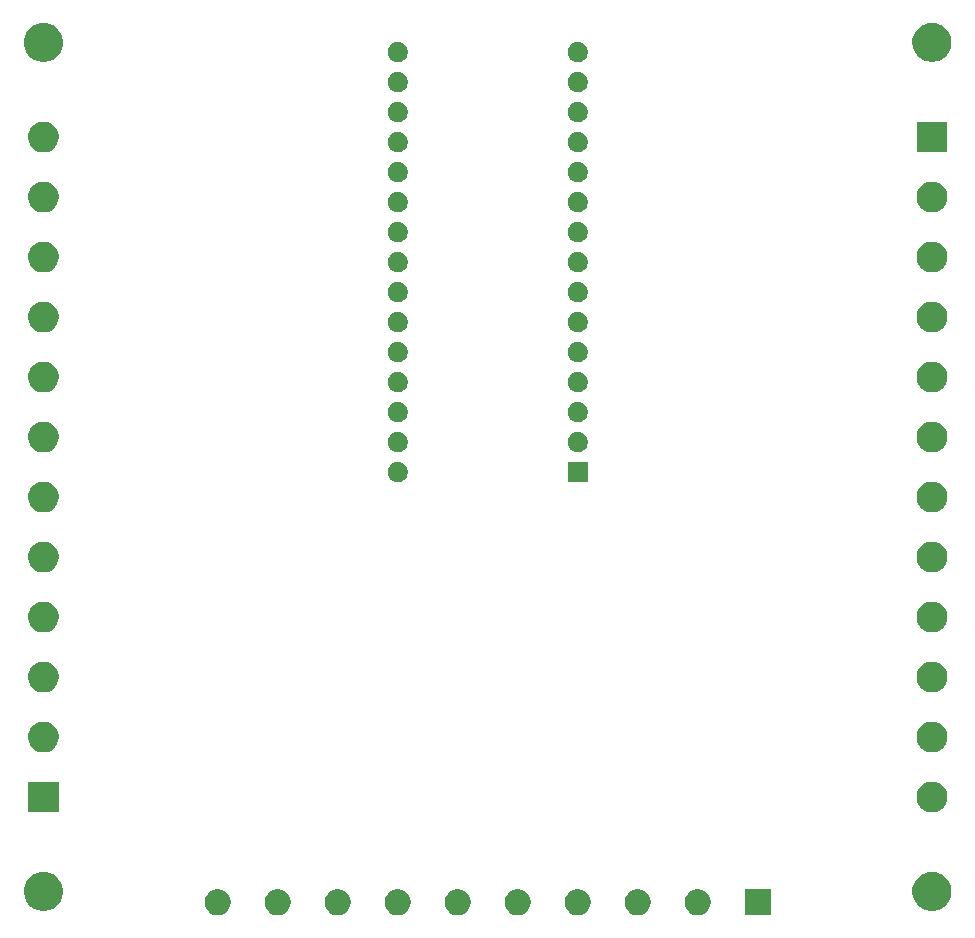
<source format=gbr>
G04 #@! TF.GenerationSoftware,KiCad,Pcbnew,(5.1.5)-3*
G04 #@! TF.CreationDate,2020-07-03T21:37:29-07:00*
G04 #@! TF.ProjectId,Arduino_control_board,41726475-696e-46f5-9f63-6f6e74726f6c,rev?*
G04 #@! TF.SameCoordinates,Original*
G04 #@! TF.FileFunction,Soldermask,Bot*
G04 #@! TF.FilePolarity,Negative*
%FSLAX46Y46*%
G04 Gerber Fmt 4.6, Leading zero omitted, Abs format (unit mm)*
G04 Created by KiCad (PCBNEW (5.1.5)-3) date 2020-07-03 21:37:29*
%MOMM*%
%LPD*%
G04 APERTURE LIST*
%ADD10C,0.100000*%
G04 APERTURE END LIST*
D10*
G36*
X149734795Y-103145156D02*
G01*
X149841150Y-103166311D01*
X149941334Y-103207809D01*
X150041520Y-103249307D01*
X150221844Y-103369795D01*
X150375205Y-103523156D01*
X150495693Y-103703480D01*
X150578689Y-103903851D01*
X150621000Y-104116560D01*
X150621000Y-104333440D01*
X150578689Y-104546149D01*
X150495693Y-104746520D01*
X150375205Y-104926844D01*
X150221844Y-105080205D01*
X150041520Y-105200693D01*
X149841150Y-105283689D01*
X149734794Y-105304845D01*
X149628440Y-105326000D01*
X149411560Y-105326000D01*
X149305206Y-105304845D01*
X149198850Y-105283689D01*
X148998480Y-105200693D01*
X148818156Y-105080205D01*
X148664795Y-104926844D01*
X148544307Y-104746520D01*
X148461311Y-104546149D01*
X148419000Y-104333440D01*
X148419000Y-104116560D01*
X148461311Y-103903851D01*
X148544307Y-103703480D01*
X148664795Y-103523156D01*
X148818156Y-103369795D01*
X148998480Y-103249307D01*
X149098666Y-103207809D01*
X149198850Y-103166311D01*
X149305205Y-103145156D01*
X149411560Y-103124000D01*
X149628440Y-103124000D01*
X149734795Y-103145156D01*
G37*
G36*
X190374795Y-103145156D02*
G01*
X190481150Y-103166311D01*
X190581334Y-103207809D01*
X190681520Y-103249307D01*
X190861844Y-103369795D01*
X191015205Y-103523156D01*
X191135693Y-103703480D01*
X191218689Y-103903851D01*
X191261000Y-104116560D01*
X191261000Y-104333440D01*
X191218689Y-104546149D01*
X191135693Y-104746520D01*
X191015205Y-104926844D01*
X190861844Y-105080205D01*
X190681520Y-105200693D01*
X190481150Y-105283689D01*
X190374794Y-105304845D01*
X190268440Y-105326000D01*
X190051560Y-105326000D01*
X189945206Y-105304845D01*
X189838850Y-105283689D01*
X189638480Y-105200693D01*
X189458156Y-105080205D01*
X189304795Y-104926844D01*
X189184307Y-104746520D01*
X189101311Y-104546149D01*
X189059000Y-104333440D01*
X189059000Y-104116560D01*
X189101311Y-103903851D01*
X189184307Y-103703480D01*
X189304795Y-103523156D01*
X189458156Y-103369795D01*
X189638480Y-103249307D01*
X189738666Y-103207809D01*
X189838850Y-103166311D01*
X189945205Y-103145156D01*
X190051560Y-103124000D01*
X190268440Y-103124000D01*
X190374795Y-103145156D01*
G37*
G36*
X196341000Y-105326000D02*
G01*
X194139000Y-105326000D01*
X194139000Y-103124000D01*
X196341000Y-103124000D01*
X196341000Y-105326000D01*
G37*
G36*
X185294795Y-103145156D02*
G01*
X185401150Y-103166311D01*
X185501334Y-103207809D01*
X185601520Y-103249307D01*
X185781844Y-103369795D01*
X185935205Y-103523156D01*
X186055693Y-103703480D01*
X186138689Y-103903851D01*
X186181000Y-104116560D01*
X186181000Y-104333440D01*
X186138689Y-104546149D01*
X186055693Y-104746520D01*
X185935205Y-104926844D01*
X185781844Y-105080205D01*
X185601520Y-105200693D01*
X185401150Y-105283689D01*
X185294794Y-105304845D01*
X185188440Y-105326000D01*
X184971560Y-105326000D01*
X184865206Y-105304845D01*
X184758850Y-105283689D01*
X184558480Y-105200693D01*
X184378156Y-105080205D01*
X184224795Y-104926844D01*
X184104307Y-104746520D01*
X184021311Y-104546149D01*
X183979000Y-104333440D01*
X183979000Y-104116560D01*
X184021311Y-103903851D01*
X184104307Y-103703480D01*
X184224795Y-103523156D01*
X184378156Y-103369795D01*
X184558480Y-103249307D01*
X184658666Y-103207809D01*
X184758850Y-103166311D01*
X184865205Y-103145156D01*
X184971560Y-103124000D01*
X185188440Y-103124000D01*
X185294795Y-103145156D01*
G37*
G36*
X180214795Y-103145156D02*
G01*
X180321150Y-103166311D01*
X180421334Y-103207809D01*
X180521520Y-103249307D01*
X180701844Y-103369795D01*
X180855205Y-103523156D01*
X180975693Y-103703480D01*
X181058689Y-103903851D01*
X181101000Y-104116560D01*
X181101000Y-104333440D01*
X181058689Y-104546149D01*
X180975693Y-104746520D01*
X180855205Y-104926844D01*
X180701844Y-105080205D01*
X180521520Y-105200693D01*
X180321150Y-105283689D01*
X180214794Y-105304845D01*
X180108440Y-105326000D01*
X179891560Y-105326000D01*
X179785206Y-105304845D01*
X179678850Y-105283689D01*
X179478480Y-105200693D01*
X179298156Y-105080205D01*
X179144795Y-104926844D01*
X179024307Y-104746520D01*
X178941311Y-104546149D01*
X178899000Y-104333440D01*
X178899000Y-104116560D01*
X178941311Y-103903851D01*
X179024307Y-103703480D01*
X179144795Y-103523156D01*
X179298156Y-103369795D01*
X179478480Y-103249307D01*
X179578666Y-103207809D01*
X179678850Y-103166311D01*
X179785205Y-103145156D01*
X179891560Y-103124000D01*
X180108440Y-103124000D01*
X180214795Y-103145156D01*
G37*
G36*
X175134795Y-103145156D02*
G01*
X175241150Y-103166311D01*
X175341334Y-103207809D01*
X175441520Y-103249307D01*
X175621844Y-103369795D01*
X175775205Y-103523156D01*
X175895693Y-103703480D01*
X175978689Y-103903851D01*
X176021000Y-104116560D01*
X176021000Y-104333440D01*
X175978689Y-104546149D01*
X175895693Y-104746520D01*
X175775205Y-104926844D01*
X175621844Y-105080205D01*
X175441520Y-105200693D01*
X175241150Y-105283689D01*
X175134794Y-105304845D01*
X175028440Y-105326000D01*
X174811560Y-105326000D01*
X174705206Y-105304845D01*
X174598850Y-105283689D01*
X174398480Y-105200693D01*
X174218156Y-105080205D01*
X174064795Y-104926844D01*
X173944307Y-104746520D01*
X173861311Y-104546149D01*
X173819000Y-104333440D01*
X173819000Y-104116560D01*
X173861311Y-103903851D01*
X173944307Y-103703480D01*
X174064795Y-103523156D01*
X174218156Y-103369795D01*
X174398480Y-103249307D01*
X174498666Y-103207809D01*
X174598850Y-103166311D01*
X174705205Y-103145156D01*
X174811560Y-103124000D01*
X175028440Y-103124000D01*
X175134795Y-103145156D01*
G37*
G36*
X164974795Y-103145156D02*
G01*
X165081150Y-103166311D01*
X165181334Y-103207809D01*
X165281520Y-103249307D01*
X165461844Y-103369795D01*
X165615205Y-103523156D01*
X165735693Y-103703480D01*
X165818689Y-103903851D01*
X165861000Y-104116560D01*
X165861000Y-104333440D01*
X165818689Y-104546149D01*
X165735693Y-104746520D01*
X165615205Y-104926844D01*
X165461844Y-105080205D01*
X165281520Y-105200693D01*
X165081150Y-105283689D01*
X164974794Y-105304845D01*
X164868440Y-105326000D01*
X164651560Y-105326000D01*
X164545206Y-105304845D01*
X164438850Y-105283689D01*
X164238480Y-105200693D01*
X164058156Y-105080205D01*
X163904795Y-104926844D01*
X163784307Y-104746520D01*
X163701311Y-104546149D01*
X163659000Y-104333440D01*
X163659000Y-104116560D01*
X163701311Y-103903851D01*
X163784307Y-103703480D01*
X163904795Y-103523156D01*
X164058156Y-103369795D01*
X164238480Y-103249307D01*
X164338666Y-103207809D01*
X164438850Y-103166311D01*
X164545205Y-103145156D01*
X164651560Y-103124000D01*
X164868440Y-103124000D01*
X164974795Y-103145156D01*
G37*
G36*
X159894795Y-103145156D02*
G01*
X160001150Y-103166311D01*
X160101334Y-103207809D01*
X160201520Y-103249307D01*
X160381844Y-103369795D01*
X160535205Y-103523156D01*
X160655693Y-103703480D01*
X160738689Y-103903851D01*
X160781000Y-104116560D01*
X160781000Y-104333440D01*
X160738689Y-104546149D01*
X160655693Y-104746520D01*
X160535205Y-104926844D01*
X160381844Y-105080205D01*
X160201520Y-105200693D01*
X160001150Y-105283689D01*
X159894794Y-105304845D01*
X159788440Y-105326000D01*
X159571560Y-105326000D01*
X159465206Y-105304845D01*
X159358850Y-105283689D01*
X159158480Y-105200693D01*
X158978156Y-105080205D01*
X158824795Y-104926844D01*
X158704307Y-104746520D01*
X158621311Y-104546149D01*
X158579000Y-104333440D01*
X158579000Y-104116560D01*
X158621311Y-103903851D01*
X158704307Y-103703480D01*
X158824795Y-103523156D01*
X158978156Y-103369795D01*
X159158480Y-103249307D01*
X159258666Y-103207809D01*
X159358850Y-103166311D01*
X159465205Y-103145156D01*
X159571560Y-103124000D01*
X159788440Y-103124000D01*
X159894795Y-103145156D01*
G37*
G36*
X154814795Y-103145156D02*
G01*
X154921150Y-103166311D01*
X155021334Y-103207809D01*
X155121520Y-103249307D01*
X155301844Y-103369795D01*
X155455205Y-103523156D01*
X155575693Y-103703480D01*
X155658689Y-103903851D01*
X155701000Y-104116560D01*
X155701000Y-104333440D01*
X155658689Y-104546149D01*
X155575693Y-104746520D01*
X155455205Y-104926844D01*
X155301844Y-105080205D01*
X155121520Y-105200693D01*
X154921150Y-105283689D01*
X154814794Y-105304845D01*
X154708440Y-105326000D01*
X154491560Y-105326000D01*
X154385206Y-105304845D01*
X154278850Y-105283689D01*
X154078480Y-105200693D01*
X153898156Y-105080205D01*
X153744795Y-104926844D01*
X153624307Y-104746520D01*
X153541311Y-104546149D01*
X153499000Y-104333440D01*
X153499000Y-104116560D01*
X153541311Y-103903851D01*
X153624307Y-103703480D01*
X153744795Y-103523156D01*
X153898156Y-103369795D01*
X154078480Y-103249307D01*
X154178666Y-103207809D01*
X154278850Y-103166311D01*
X154385205Y-103145156D01*
X154491560Y-103124000D01*
X154708440Y-103124000D01*
X154814795Y-103145156D01*
G37*
G36*
X170054795Y-103145156D02*
G01*
X170161150Y-103166311D01*
X170261334Y-103207809D01*
X170361520Y-103249307D01*
X170541844Y-103369795D01*
X170695205Y-103523156D01*
X170815693Y-103703480D01*
X170898689Y-103903851D01*
X170941000Y-104116560D01*
X170941000Y-104333440D01*
X170898689Y-104546149D01*
X170815693Y-104746520D01*
X170695205Y-104926844D01*
X170541844Y-105080205D01*
X170361520Y-105200693D01*
X170161150Y-105283689D01*
X170054794Y-105304845D01*
X169948440Y-105326000D01*
X169731560Y-105326000D01*
X169625206Y-105304845D01*
X169518850Y-105283689D01*
X169318480Y-105200693D01*
X169138156Y-105080205D01*
X168984795Y-104926844D01*
X168864307Y-104746520D01*
X168781311Y-104546149D01*
X168739000Y-104333440D01*
X168739000Y-104116560D01*
X168781311Y-103903851D01*
X168864307Y-103703480D01*
X168984795Y-103523156D01*
X169138156Y-103369795D01*
X169318480Y-103249307D01*
X169418666Y-103207809D01*
X169518850Y-103166311D01*
X169625205Y-103145156D01*
X169731560Y-103124000D01*
X169948440Y-103124000D01*
X170054795Y-103145156D01*
G37*
G36*
X135135256Y-101711298D02*
G01*
X135241579Y-101732447D01*
X135542042Y-101856903D01*
X135812451Y-102037585D01*
X136042415Y-102267549D01*
X136223097Y-102537958D01*
X136347553Y-102838421D01*
X136411000Y-103157391D01*
X136411000Y-103482609D01*
X136347553Y-103801579D01*
X136223097Y-104102042D01*
X136042415Y-104372451D01*
X135812451Y-104602415D01*
X135542042Y-104783097D01*
X135241579Y-104907553D01*
X135144596Y-104926844D01*
X134922611Y-104971000D01*
X134597389Y-104971000D01*
X134375404Y-104926844D01*
X134278421Y-104907553D01*
X133977958Y-104783097D01*
X133707549Y-104602415D01*
X133477585Y-104372451D01*
X133296903Y-104102042D01*
X133172447Y-103801579D01*
X133109000Y-103482609D01*
X133109000Y-103157391D01*
X133172447Y-102838421D01*
X133296903Y-102537958D01*
X133477585Y-102267549D01*
X133707549Y-102037585D01*
X133977958Y-101856903D01*
X134278421Y-101732447D01*
X134384744Y-101711298D01*
X134597389Y-101669000D01*
X134922611Y-101669000D01*
X135135256Y-101711298D01*
G37*
G36*
X210375256Y-101711298D02*
G01*
X210481579Y-101732447D01*
X210782042Y-101856903D01*
X211052451Y-102037585D01*
X211282415Y-102267549D01*
X211463097Y-102537958D01*
X211587553Y-102838421D01*
X211651000Y-103157391D01*
X211651000Y-103482609D01*
X211587553Y-103801579D01*
X211463097Y-104102042D01*
X211282415Y-104372451D01*
X211052451Y-104602415D01*
X210782042Y-104783097D01*
X210481579Y-104907553D01*
X210384596Y-104926844D01*
X210162611Y-104971000D01*
X209837389Y-104971000D01*
X209615404Y-104926844D01*
X209518421Y-104907553D01*
X209217958Y-104783097D01*
X208947549Y-104602415D01*
X208717585Y-104372451D01*
X208536903Y-104102042D01*
X208412447Y-103801579D01*
X208349000Y-103482609D01*
X208349000Y-103157391D01*
X208412447Y-102838421D01*
X208536903Y-102537958D01*
X208717585Y-102267549D01*
X208947549Y-102037585D01*
X209217958Y-101856903D01*
X209518421Y-101732447D01*
X209624744Y-101711298D01*
X209837389Y-101669000D01*
X210162611Y-101669000D01*
X210375256Y-101711298D01*
G37*
G36*
X210379487Y-94068996D02*
G01*
X210616253Y-94167068D01*
X210616255Y-94167069D01*
X210829339Y-94309447D01*
X211010553Y-94490661D01*
X211152932Y-94703747D01*
X211251004Y-94940513D01*
X211301000Y-95191861D01*
X211301000Y-95448139D01*
X211251004Y-95699487D01*
X211152932Y-95936253D01*
X211152931Y-95936255D01*
X211010553Y-96149339D01*
X210829339Y-96330553D01*
X210616255Y-96472931D01*
X210616254Y-96472932D01*
X210616253Y-96472932D01*
X210379487Y-96571004D01*
X210128139Y-96621000D01*
X209871861Y-96621000D01*
X209620513Y-96571004D01*
X209383747Y-96472932D01*
X209383746Y-96472932D01*
X209383745Y-96472931D01*
X209170661Y-96330553D01*
X208989447Y-96149339D01*
X208847069Y-95936255D01*
X208847068Y-95936253D01*
X208748996Y-95699487D01*
X208699000Y-95448139D01*
X208699000Y-95191861D01*
X208748996Y-94940513D01*
X208847068Y-94703747D01*
X208989447Y-94490661D01*
X209170661Y-94309447D01*
X209383745Y-94167069D01*
X209383747Y-94167068D01*
X209620513Y-94068996D01*
X209871861Y-94019000D01*
X210128139Y-94019000D01*
X210379487Y-94068996D01*
G37*
G36*
X136061000Y-96621000D02*
G01*
X133459000Y-96621000D01*
X133459000Y-94019000D01*
X136061000Y-94019000D01*
X136061000Y-96621000D01*
G37*
G36*
X210379487Y-88988996D02*
G01*
X210616253Y-89087068D01*
X210616255Y-89087069D01*
X210829339Y-89229447D01*
X211010553Y-89410661D01*
X211152932Y-89623747D01*
X211251004Y-89860513D01*
X211301000Y-90111861D01*
X211301000Y-90368139D01*
X211251004Y-90619487D01*
X211152932Y-90856253D01*
X211152931Y-90856255D01*
X211010553Y-91069339D01*
X210829339Y-91250553D01*
X210616255Y-91392931D01*
X210616254Y-91392932D01*
X210616253Y-91392932D01*
X210379487Y-91491004D01*
X210128139Y-91541000D01*
X209871861Y-91541000D01*
X209620513Y-91491004D01*
X209383747Y-91392932D01*
X209383746Y-91392932D01*
X209383745Y-91392931D01*
X209170661Y-91250553D01*
X208989447Y-91069339D01*
X208847069Y-90856255D01*
X208847068Y-90856253D01*
X208748996Y-90619487D01*
X208699000Y-90368139D01*
X208699000Y-90111861D01*
X208748996Y-89860513D01*
X208847068Y-89623747D01*
X208989447Y-89410661D01*
X209170661Y-89229447D01*
X209383745Y-89087069D01*
X209383747Y-89087068D01*
X209620513Y-88988996D01*
X209871861Y-88939000D01*
X210128139Y-88939000D01*
X210379487Y-88988996D01*
G37*
G36*
X135139487Y-88988996D02*
G01*
X135376253Y-89087068D01*
X135376255Y-89087069D01*
X135589339Y-89229447D01*
X135770553Y-89410661D01*
X135912932Y-89623747D01*
X136011004Y-89860513D01*
X136061000Y-90111861D01*
X136061000Y-90368139D01*
X136011004Y-90619487D01*
X135912932Y-90856253D01*
X135912931Y-90856255D01*
X135770553Y-91069339D01*
X135589339Y-91250553D01*
X135376255Y-91392931D01*
X135376254Y-91392932D01*
X135376253Y-91392932D01*
X135139487Y-91491004D01*
X134888139Y-91541000D01*
X134631861Y-91541000D01*
X134380513Y-91491004D01*
X134143747Y-91392932D01*
X134143746Y-91392932D01*
X134143745Y-91392931D01*
X133930661Y-91250553D01*
X133749447Y-91069339D01*
X133607069Y-90856255D01*
X133607068Y-90856253D01*
X133508996Y-90619487D01*
X133459000Y-90368139D01*
X133459000Y-90111861D01*
X133508996Y-89860513D01*
X133607068Y-89623747D01*
X133749447Y-89410661D01*
X133930661Y-89229447D01*
X134143745Y-89087069D01*
X134143747Y-89087068D01*
X134380513Y-88988996D01*
X134631861Y-88939000D01*
X134888139Y-88939000D01*
X135139487Y-88988996D01*
G37*
G36*
X210379487Y-83908996D02*
G01*
X210616253Y-84007068D01*
X210616255Y-84007069D01*
X210829339Y-84149447D01*
X211010553Y-84330661D01*
X211152932Y-84543747D01*
X211251004Y-84780513D01*
X211301000Y-85031861D01*
X211301000Y-85288139D01*
X211251004Y-85539487D01*
X211152932Y-85776253D01*
X211152931Y-85776255D01*
X211010553Y-85989339D01*
X210829339Y-86170553D01*
X210616255Y-86312931D01*
X210616254Y-86312932D01*
X210616253Y-86312932D01*
X210379487Y-86411004D01*
X210128139Y-86461000D01*
X209871861Y-86461000D01*
X209620513Y-86411004D01*
X209383747Y-86312932D01*
X209383746Y-86312932D01*
X209383745Y-86312931D01*
X209170661Y-86170553D01*
X208989447Y-85989339D01*
X208847069Y-85776255D01*
X208847068Y-85776253D01*
X208748996Y-85539487D01*
X208699000Y-85288139D01*
X208699000Y-85031861D01*
X208748996Y-84780513D01*
X208847068Y-84543747D01*
X208989447Y-84330661D01*
X209170661Y-84149447D01*
X209383745Y-84007069D01*
X209383747Y-84007068D01*
X209620513Y-83908996D01*
X209871861Y-83859000D01*
X210128139Y-83859000D01*
X210379487Y-83908996D01*
G37*
G36*
X135139487Y-83908996D02*
G01*
X135376253Y-84007068D01*
X135376255Y-84007069D01*
X135589339Y-84149447D01*
X135770553Y-84330661D01*
X135912932Y-84543747D01*
X136011004Y-84780513D01*
X136061000Y-85031861D01*
X136061000Y-85288139D01*
X136011004Y-85539487D01*
X135912932Y-85776253D01*
X135912931Y-85776255D01*
X135770553Y-85989339D01*
X135589339Y-86170553D01*
X135376255Y-86312931D01*
X135376254Y-86312932D01*
X135376253Y-86312932D01*
X135139487Y-86411004D01*
X134888139Y-86461000D01*
X134631861Y-86461000D01*
X134380513Y-86411004D01*
X134143747Y-86312932D01*
X134143746Y-86312932D01*
X134143745Y-86312931D01*
X133930661Y-86170553D01*
X133749447Y-85989339D01*
X133607069Y-85776255D01*
X133607068Y-85776253D01*
X133508996Y-85539487D01*
X133459000Y-85288139D01*
X133459000Y-85031861D01*
X133508996Y-84780513D01*
X133607068Y-84543747D01*
X133749447Y-84330661D01*
X133930661Y-84149447D01*
X134143745Y-84007069D01*
X134143747Y-84007068D01*
X134380513Y-83908996D01*
X134631861Y-83859000D01*
X134888139Y-83859000D01*
X135139487Y-83908996D01*
G37*
G36*
X210379487Y-78828996D02*
G01*
X210616253Y-78927068D01*
X210616255Y-78927069D01*
X210829339Y-79069447D01*
X211010553Y-79250661D01*
X211152932Y-79463747D01*
X211251004Y-79700513D01*
X211301000Y-79951861D01*
X211301000Y-80208139D01*
X211251004Y-80459487D01*
X211152932Y-80696253D01*
X211152931Y-80696255D01*
X211010553Y-80909339D01*
X210829339Y-81090553D01*
X210616255Y-81232931D01*
X210616254Y-81232932D01*
X210616253Y-81232932D01*
X210379487Y-81331004D01*
X210128139Y-81381000D01*
X209871861Y-81381000D01*
X209620513Y-81331004D01*
X209383747Y-81232932D01*
X209383746Y-81232932D01*
X209383745Y-81232931D01*
X209170661Y-81090553D01*
X208989447Y-80909339D01*
X208847069Y-80696255D01*
X208847068Y-80696253D01*
X208748996Y-80459487D01*
X208699000Y-80208139D01*
X208699000Y-79951861D01*
X208748996Y-79700513D01*
X208847068Y-79463747D01*
X208989447Y-79250661D01*
X209170661Y-79069447D01*
X209383745Y-78927069D01*
X209383747Y-78927068D01*
X209620513Y-78828996D01*
X209871861Y-78779000D01*
X210128139Y-78779000D01*
X210379487Y-78828996D01*
G37*
G36*
X135139487Y-78828996D02*
G01*
X135376253Y-78927068D01*
X135376255Y-78927069D01*
X135589339Y-79069447D01*
X135770553Y-79250661D01*
X135912932Y-79463747D01*
X136011004Y-79700513D01*
X136061000Y-79951861D01*
X136061000Y-80208139D01*
X136011004Y-80459487D01*
X135912932Y-80696253D01*
X135912931Y-80696255D01*
X135770553Y-80909339D01*
X135589339Y-81090553D01*
X135376255Y-81232931D01*
X135376254Y-81232932D01*
X135376253Y-81232932D01*
X135139487Y-81331004D01*
X134888139Y-81381000D01*
X134631861Y-81381000D01*
X134380513Y-81331004D01*
X134143747Y-81232932D01*
X134143746Y-81232932D01*
X134143745Y-81232931D01*
X133930661Y-81090553D01*
X133749447Y-80909339D01*
X133607069Y-80696255D01*
X133607068Y-80696253D01*
X133508996Y-80459487D01*
X133459000Y-80208139D01*
X133459000Y-79951861D01*
X133508996Y-79700513D01*
X133607068Y-79463747D01*
X133749447Y-79250661D01*
X133930661Y-79069447D01*
X134143745Y-78927069D01*
X134143747Y-78927068D01*
X134380513Y-78828996D01*
X134631861Y-78779000D01*
X134888139Y-78779000D01*
X135139487Y-78828996D01*
G37*
G36*
X210379487Y-73748996D02*
G01*
X210616253Y-73847068D01*
X210616255Y-73847069D01*
X210829339Y-73989447D01*
X211010553Y-74170661D01*
X211152932Y-74383747D01*
X211251004Y-74620513D01*
X211301000Y-74871861D01*
X211301000Y-75128139D01*
X211251004Y-75379487D01*
X211152932Y-75616253D01*
X211152931Y-75616255D01*
X211010553Y-75829339D01*
X210829339Y-76010553D01*
X210616255Y-76152931D01*
X210616254Y-76152932D01*
X210616253Y-76152932D01*
X210379487Y-76251004D01*
X210128139Y-76301000D01*
X209871861Y-76301000D01*
X209620513Y-76251004D01*
X209383747Y-76152932D01*
X209383746Y-76152932D01*
X209383745Y-76152931D01*
X209170661Y-76010553D01*
X208989447Y-75829339D01*
X208847069Y-75616255D01*
X208847068Y-75616253D01*
X208748996Y-75379487D01*
X208699000Y-75128139D01*
X208699000Y-74871861D01*
X208748996Y-74620513D01*
X208847068Y-74383747D01*
X208989447Y-74170661D01*
X209170661Y-73989447D01*
X209383745Y-73847069D01*
X209383747Y-73847068D01*
X209620513Y-73748996D01*
X209871861Y-73699000D01*
X210128139Y-73699000D01*
X210379487Y-73748996D01*
G37*
G36*
X135139487Y-73748996D02*
G01*
X135376253Y-73847068D01*
X135376255Y-73847069D01*
X135589339Y-73989447D01*
X135770553Y-74170661D01*
X135912932Y-74383747D01*
X136011004Y-74620513D01*
X136061000Y-74871861D01*
X136061000Y-75128139D01*
X136011004Y-75379487D01*
X135912932Y-75616253D01*
X135912931Y-75616255D01*
X135770553Y-75829339D01*
X135589339Y-76010553D01*
X135376255Y-76152931D01*
X135376254Y-76152932D01*
X135376253Y-76152932D01*
X135139487Y-76251004D01*
X134888139Y-76301000D01*
X134631861Y-76301000D01*
X134380513Y-76251004D01*
X134143747Y-76152932D01*
X134143746Y-76152932D01*
X134143745Y-76152931D01*
X133930661Y-76010553D01*
X133749447Y-75829339D01*
X133607069Y-75616255D01*
X133607068Y-75616253D01*
X133508996Y-75379487D01*
X133459000Y-75128139D01*
X133459000Y-74871861D01*
X133508996Y-74620513D01*
X133607068Y-74383747D01*
X133749447Y-74170661D01*
X133930661Y-73989447D01*
X134143745Y-73847069D01*
X134143747Y-73847068D01*
X134380513Y-73748996D01*
X134631861Y-73699000D01*
X134888139Y-73699000D01*
X135139487Y-73748996D01*
G37*
G36*
X135139487Y-68668996D02*
G01*
X135376253Y-68767068D01*
X135376255Y-68767069D01*
X135589339Y-68909447D01*
X135770553Y-69090661D01*
X135912932Y-69303747D01*
X136011004Y-69540513D01*
X136061000Y-69791861D01*
X136061000Y-70048139D01*
X136011004Y-70299487D01*
X135912932Y-70536253D01*
X135912931Y-70536255D01*
X135770553Y-70749339D01*
X135589339Y-70930553D01*
X135376255Y-71072931D01*
X135376254Y-71072932D01*
X135376253Y-71072932D01*
X135139487Y-71171004D01*
X134888139Y-71221000D01*
X134631861Y-71221000D01*
X134380513Y-71171004D01*
X134143747Y-71072932D01*
X134143746Y-71072932D01*
X134143745Y-71072931D01*
X133930661Y-70930553D01*
X133749447Y-70749339D01*
X133607069Y-70536255D01*
X133607068Y-70536253D01*
X133508996Y-70299487D01*
X133459000Y-70048139D01*
X133459000Y-69791861D01*
X133508996Y-69540513D01*
X133607068Y-69303747D01*
X133749447Y-69090661D01*
X133930661Y-68909447D01*
X134143745Y-68767069D01*
X134143747Y-68767068D01*
X134380513Y-68668996D01*
X134631861Y-68619000D01*
X134888139Y-68619000D01*
X135139487Y-68668996D01*
G37*
G36*
X210379487Y-68668996D02*
G01*
X210616253Y-68767068D01*
X210616255Y-68767069D01*
X210829339Y-68909447D01*
X211010553Y-69090661D01*
X211152932Y-69303747D01*
X211251004Y-69540513D01*
X211301000Y-69791861D01*
X211301000Y-70048139D01*
X211251004Y-70299487D01*
X211152932Y-70536253D01*
X211152931Y-70536255D01*
X211010553Y-70749339D01*
X210829339Y-70930553D01*
X210616255Y-71072931D01*
X210616254Y-71072932D01*
X210616253Y-71072932D01*
X210379487Y-71171004D01*
X210128139Y-71221000D01*
X209871861Y-71221000D01*
X209620513Y-71171004D01*
X209383747Y-71072932D01*
X209383746Y-71072932D01*
X209383745Y-71072931D01*
X209170661Y-70930553D01*
X208989447Y-70749339D01*
X208847069Y-70536255D01*
X208847068Y-70536253D01*
X208748996Y-70299487D01*
X208699000Y-70048139D01*
X208699000Y-69791861D01*
X208748996Y-69540513D01*
X208847068Y-69303747D01*
X208989447Y-69090661D01*
X209170661Y-68909447D01*
X209383745Y-68767069D01*
X209383747Y-68767068D01*
X209620513Y-68668996D01*
X209871861Y-68619000D01*
X210128139Y-68619000D01*
X210379487Y-68668996D01*
G37*
G36*
X165008228Y-67006703D02*
G01*
X165163100Y-67070853D01*
X165302481Y-67163985D01*
X165421015Y-67282519D01*
X165514147Y-67421900D01*
X165578297Y-67576772D01*
X165611000Y-67741184D01*
X165611000Y-67908816D01*
X165578297Y-68073228D01*
X165514147Y-68228100D01*
X165421015Y-68367481D01*
X165302481Y-68486015D01*
X165163100Y-68579147D01*
X165008228Y-68643297D01*
X164843816Y-68676000D01*
X164676184Y-68676000D01*
X164511772Y-68643297D01*
X164356900Y-68579147D01*
X164217519Y-68486015D01*
X164098985Y-68367481D01*
X164005853Y-68228100D01*
X163941703Y-68073228D01*
X163909000Y-67908816D01*
X163909000Y-67741184D01*
X163941703Y-67576772D01*
X164005853Y-67421900D01*
X164098985Y-67282519D01*
X164217519Y-67163985D01*
X164356900Y-67070853D01*
X164511772Y-67006703D01*
X164676184Y-66974000D01*
X164843816Y-66974000D01*
X165008228Y-67006703D01*
G37*
G36*
X180851000Y-68676000D02*
G01*
X179149000Y-68676000D01*
X179149000Y-66974000D01*
X180851000Y-66974000D01*
X180851000Y-68676000D01*
G37*
G36*
X210379487Y-63588996D02*
G01*
X210616253Y-63687068D01*
X210616255Y-63687069D01*
X210829339Y-63829447D01*
X211010553Y-64010661D01*
X211152932Y-64223747D01*
X211251004Y-64460513D01*
X211301000Y-64711861D01*
X211301000Y-64968139D01*
X211251004Y-65219487D01*
X211152932Y-65456253D01*
X211152931Y-65456255D01*
X211010553Y-65669339D01*
X210829339Y-65850553D01*
X210616255Y-65992931D01*
X210616254Y-65992932D01*
X210616253Y-65992932D01*
X210379487Y-66091004D01*
X210128139Y-66141000D01*
X209871861Y-66141000D01*
X209620513Y-66091004D01*
X209383747Y-65992932D01*
X209383746Y-65992932D01*
X209383745Y-65992931D01*
X209170661Y-65850553D01*
X208989447Y-65669339D01*
X208847069Y-65456255D01*
X208847068Y-65456253D01*
X208748996Y-65219487D01*
X208699000Y-64968139D01*
X208699000Y-64711861D01*
X208748996Y-64460513D01*
X208847068Y-64223747D01*
X208989447Y-64010661D01*
X209170661Y-63829447D01*
X209383745Y-63687069D01*
X209383747Y-63687068D01*
X209620513Y-63588996D01*
X209871861Y-63539000D01*
X210128139Y-63539000D01*
X210379487Y-63588996D01*
G37*
G36*
X135139487Y-63588996D02*
G01*
X135376253Y-63687068D01*
X135376255Y-63687069D01*
X135589339Y-63829447D01*
X135770553Y-64010661D01*
X135912932Y-64223747D01*
X136011004Y-64460513D01*
X136061000Y-64711861D01*
X136061000Y-64968139D01*
X136011004Y-65219487D01*
X135912932Y-65456253D01*
X135912931Y-65456255D01*
X135770553Y-65669339D01*
X135589339Y-65850553D01*
X135376255Y-65992931D01*
X135376254Y-65992932D01*
X135376253Y-65992932D01*
X135139487Y-66091004D01*
X134888139Y-66141000D01*
X134631861Y-66141000D01*
X134380513Y-66091004D01*
X134143747Y-65992932D01*
X134143746Y-65992932D01*
X134143745Y-65992931D01*
X133930661Y-65850553D01*
X133749447Y-65669339D01*
X133607069Y-65456255D01*
X133607068Y-65456253D01*
X133508996Y-65219487D01*
X133459000Y-64968139D01*
X133459000Y-64711861D01*
X133508996Y-64460513D01*
X133607068Y-64223747D01*
X133749447Y-64010661D01*
X133930661Y-63829447D01*
X134143745Y-63687069D01*
X134143747Y-63687068D01*
X134380513Y-63588996D01*
X134631861Y-63539000D01*
X134888139Y-63539000D01*
X135139487Y-63588996D01*
G37*
G36*
X165008228Y-64466703D02*
G01*
X165163100Y-64530853D01*
X165302481Y-64623985D01*
X165421015Y-64742519D01*
X165514147Y-64881900D01*
X165578297Y-65036772D01*
X165611000Y-65201184D01*
X165611000Y-65368816D01*
X165578297Y-65533228D01*
X165514147Y-65688100D01*
X165421015Y-65827481D01*
X165302481Y-65946015D01*
X165163100Y-66039147D01*
X165008228Y-66103297D01*
X164843816Y-66136000D01*
X164676184Y-66136000D01*
X164511772Y-66103297D01*
X164356900Y-66039147D01*
X164217519Y-65946015D01*
X164098985Y-65827481D01*
X164005853Y-65688100D01*
X163941703Y-65533228D01*
X163909000Y-65368816D01*
X163909000Y-65201184D01*
X163941703Y-65036772D01*
X164005853Y-64881900D01*
X164098985Y-64742519D01*
X164217519Y-64623985D01*
X164356900Y-64530853D01*
X164511772Y-64466703D01*
X164676184Y-64434000D01*
X164843816Y-64434000D01*
X165008228Y-64466703D01*
G37*
G36*
X180248228Y-64466703D02*
G01*
X180403100Y-64530853D01*
X180542481Y-64623985D01*
X180661015Y-64742519D01*
X180754147Y-64881900D01*
X180818297Y-65036772D01*
X180851000Y-65201184D01*
X180851000Y-65368816D01*
X180818297Y-65533228D01*
X180754147Y-65688100D01*
X180661015Y-65827481D01*
X180542481Y-65946015D01*
X180403100Y-66039147D01*
X180248228Y-66103297D01*
X180083816Y-66136000D01*
X179916184Y-66136000D01*
X179751772Y-66103297D01*
X179596900Y-66039147D01*
X179457519Y-65946015D01*
X179338985Y-65827481D01*
X179245853Y-65688100D01*
X179181703Y-65533228D01*
X179149000Y-65368816D01*
X179149000Y-65201184D01*
X179181703Y-65036772D01*
X179245853Y-64881900D01*
X179338985Y-64742519D01*
X179457519Y-64623985D01*
X179596900Y-64530853D01*
X179751772Y-64466703D01*
X179916184Y-64434000D01*
X180083816Y-64434000D01*
X180248228Y-64466703D01*
G37*
G36*
X165008228Y-61926703D02*
G01*
X165163100Y-61990853D01*
X165302481Y-62083985D01*
X165421015Y-62202519D01*
X165514147Y-62341900D01*
X165578297Y-62496772D01*
X165611000Y-62661184D01*
X165611000Y-62828816D01*
X165578297Y-62993228D01*
X165514147Y-63148100D01*
X165421015Y-63287481D01*
X165302481Y-63406015D01*
X165163100Y-63499147D01*
X165008228Y-63563297D01*
X164843816Y-63596000D01*
X164676184Y-63596000D01*
X164511772Y-63563297D01*
X164356900Y-63499147D01*
X164217519Y-63406015D01*
X164098985Y-63287481D01*
X164005853Y-63148100D01*
X163941703Y-62993228D01*
X163909000Y-62828816D01*
X163909000Y-62661184D01*
X163941703Y-62496772D01*
X164005853Y-62341900D01*
X164098985Y-62202519D01*
X164217519Y-62083985D01*
X164356900Y-61990853D01*
X164511772Y-61926703D01*
X164676184Y-61894000D01*
X164843816Y-61894000D01*
X165008228Y-61926703D01*
G37*
G36*
X180248228Y-61926703D02*
G01*
X180403100Y-61990853D01*
X180542481Y-62083985D01*
X180661015Y-62202519D01*
X180754147Y-62341900D01*
X180818297Y-62496772D01*
X180851000Y-62661184D01*
X180851000Y-62828816D01*
X180818297Y-62993228D01*
X180754147Y-63148100D01*
X180661015Y-63287481D01*
X180542481Y-63406015D01*
X180403100Y-63499147D01*
X180248228Y-63563297D01*
X180083816Y-63596000D01*
X179916184Y-63596000D01*
X179751772Y-63563297D01*
X179596900Y-63499147D01*
X179457519Y-63406015D01*
X179338985Y-63287481D01*
X179245853Y-63148100D01*
X179181703Y-62993228D01*
X179149000Y-62828816D01*
X179149000Y-62661184D01*
X179181703Y-62496772D01*
X179245853Y-62341900D01*
X179338985Y-62202519D01*
X179457519Y-62083985D01*
X179596900Y-61990853D01*
X179751772Y-61926703D01*
X179916184Y-61894000D01*
X180083816Y-61894000D01*
X180248228Y-61926703D01*
G37*
G36*
X210379487Y-58508996D02*
G01*
X210616253Y-58607068D01*
X210616255Y-58607069D01*
X210829339Y-58749447D01*
X211010553Y-58930661D01*
X211152932Y-59143747D01*
X211251004Y-59380513D01*
X211301000Y-59631861D01*
X211301000Y-59888139D01*
X211251004Y-60139487D01*
X211152932Y-60376253D01*
X211152931Y-60376255D01*
X211010553Y-60589339D01*
X210829339Y-60770553D01*
X210616255Y-60912931D01*
X210616254Y-60912932D01*
X210616253Y-60912932D01*
X210379487Y-61011004D01*
X210128139Y-61061000D01*
X209871861Y-61061000D01*
X209620513Y-61011004D01*
X209383747Y-60912932D01*
X209383746Y-60912932D01*
X209383745Y-60912931D01*
X209170661Y-60770553D01*
X208989447Y-60589339D01*
X208847069Y-60376255D01*
X208847068Y-60376253D01*
X208748996Y-60139487D01*
X208699000Y-59888139D01*
X208699000Y-59631861D01*
X208748996Y-59380513D01*
X208847068Y-59143747D01*
X208989447Y-58930661D01*
X209170661Y-58749447D01*
X209383745Y-58607069D01*
X209383747Y-58607068D01*
X209620513Y-58508996D01*
X209871861Y-58459000D01*
X210128139Y-58459000D01*
X210379487Y-58508996D01*
G37*
G36*
X135139487Y-58508996D02*
G01*
X135376253Y-58607068D01*
X135376255Y-58607069D01*
X135589339Y-58749447D01*
X135770553Y-58930661D01*
X135912932Y-59143747D01*
X136011004Y-59380513D01*
X136061000Y-59631861D01*
X136061000Y-59888139D01*
X136011004Y-60139487D01*
X135912932Y-60376253D01*
X135912931Y-60376255D01*
X135770553Y-60589339D01*
X135589339Y-60770553D01*
X135376255Y-60912931D01*
X135376254Y-60912932D01*
X135376253Y-60912932D01*
X135139487Y-61011004D01*
X134888139Y-61061000D01*
X134631861Y-61061000D01*
X134380513Y-61011004D01*
X134143747Y-60912932D01*
X134143746Y-60912932D01*
X134143745Y-60912931D01*
X133930661Y-60770553D01*
X133749447Y-60589339D01*
X133607069Y-60376255D01*
X133607068Y-60376253D01*
X133508996Y-60139487D01*
X133459000Y-59888139D01*
X133459000Y-59631861D01*
X133508996Y-59380513D01*
X133607068Y-59143747D01*
X133749447Y-58930661D01*
X133930661Y-58749447D01*
X134143745Y-58607069D01*
X134143747Y-58607068D01*
X134380513Y-58508996D01*
X134631861Y-58459000D01*
X134888139Y-58459000D01*
X135139487Y-58508996D01*
G37*
G36*
X180248228Y-59386703D02*
G01*
X180403100Y-59450853D01*
X180542481Y-59543985D01*
X180661015Y-59662519D01*
X180754147Y-59801900D01*
X180818297Y-59956772D01*
X180851000Y-60121184D01*
X180851000Y-60288816D01*
X180818297Y-60453228D01*
X180754147Y-60608100D01*
X180661015Y-60747481D01*
X180542481Y-60866015D01*
X180403100Y-60959147D01*
X180248228Y-61023297D01*
X180083816Y-61056000D01*
X179916184Y-61056000D01*
X179751772Y-61023297D01*
X179596900Y-60959147D01*
X179457519Y-60866015D01*
X179338985Y-60747481D01*
X179245853Y-60608100D01*
X179181703Y-60453228D01*
X179149000Y-60288816D01*
X179149000Y-60121184D01*
X179181703Y-59956772D01*
X179245853Y-59801900D01*
X179338985Y-59662519D01*
X179457519Y-59543985D01*
X179596900Y-59450853D01*
X179751772Y-59386703D01*
X179916184Y-59354000D01*
X180083816Y-59354000D01*
X180248228Y-59386703D01*
G37*
G36*
X165008228Y-59386703D02*
G01*
X165163100Y-59450853D01*
X165302481Y-59543985D01*
X165421015Y-59662519D01*
X165514147Y-59801900D01*
X165578297Y-59956772D01*
X165611000Y-60121184D01*
X165611000Y-60288816D01*
X165578297Y-60453228D01*
X165514147Y-60608100D01*
X165421015Y-60747481D01*
X165302481Y-60866015D01*
X165163100Y-60959147D01*
X165008228Y-61023297D01*
X164843816Y-61056000D01*
X164676184Y-61056000D01*
X164511772Y-61023297D01*
X164356900Y-60959147D01*
X164217519Y-60866015D01*
X164098985Y-60747481D01*
X164005853Y-60608100D01*
X163941703Y-60453228D01*
X163909000Y-60288816D01*
X163909000Y-60121184D01*
X163941703Y-59956772D01*
X164005853Y-59801900D01*
X164098985Y-59662519D01*
X164217519Y-59543985D01*
X164356900Y-59450853D01*
X164511772Y-59386703D01*
X164676184Y-59354000D01*
X164843816Y-59354000D01*
X165008228Y-59386703D01*
G37*
G36*
X165008228Y-56846703D02*
G01*
X165163100Y-56910853D01*
X165302481Y-57003985D01*
X165421015Y-57122519D01*
X165514147Y-57261900D01*
X165578297Y-57416772D01*
X165611000Y-57581184D01*
X165611000Y-57748816D01*
X165578297Y-57913228D01*
X165514147Y-58068100D01*
X165421015Y-58207481D01*
X165302481Y-58326015D01*
X165163100Y-58419147D01*
X165008228Y-58483297D01*
X164843816Y-58516000D01*
X164676184Y-58516000D01*
X164511772Y-58483297D01*
X164356900Y-58419147D01*
X164217519Y-58326015D01*
X164098985Y-58207481D01*
X164005853Y-58068100D01*
X163941703Y-57913228D01*
X163909000Y-57748816D01*
X163909000Y-57581184D01*
X163941703Y-57416772D01*
X164005853Y-57261900D01*
X164098985Y-57122519D01*
X164217519Y-57003985D01*
X164356900Y-56910853D01*
X164511772Y-56846703D01*
X164676184Y-56814000D01*
X164843816Y-56814000D01*
X165008228Y-56846703D01*
G37*
G36*
X180248228Y-56846703D02*
G01*
X180403100Y-56910853D01*
X180542481Y-57003985D01*
X180661015Y-57122519D01*
X180754147Y-57261900D01*
X180818297Y-57416772D01*
X180851000Y-57581184D01*
X180851000Y-57748816D01*
X180818297Y-57913228D01*
X180754147Y-58068100D01*
X180661015Y-58207481D01*
X180542481Y-58326015D01*
X180403100Y-58419147D01*
X180248228Y-58483297D01*
X180083816Y-58516000D01*
X179916184Y-58516000D01*
X179751772Y-58483297D01*
X179596900Y-58419147D01*
X179457519Y-58326015D01*
X179338985Y-58207481D01*
X179245853Y-58068100D01*
X179181703Y-57913228D01*
X179149000Y-57748816D01*
X179149000Y-57581184D01*
X179181703Y-57416772D01*
X179245853Y-57261900D01*
X179338985Y-57122519D01*
X179457519Y-57003985D01*
X179596900Y-56910853D01*
X179751772Y-56846703D01*
X179916184Y-56814000D01*
X180083816Y-56814000D01*
X180248228Y-56846703D01*
G37*
G36*
X135139487Y-53428996D02*
G01*
X135376253Y-53527068D01*
X135376255Y-53527069D01*
X135589339Y-53669447D01*
X135770553Y-53850661D01*
X135912932Y-54063747D01*
X136011004Y-54300513D01*
X136061000Y-54551861D01*
X136061000Y-54808139D01*
X136011004Y-55059487D01*
X135912932Y-55296253D01*
X135912931Y-55296255D01*
X135770553Y-55509339D01*
X135589339Y-55690553D01*
X135376255Y-55832931D01*
X135376254Y-55832932D01*
X135376253Y-55832932D01*
X135139487Y-55931004D01*
X134888139Y-55981000D01*
X134631861Y-55981000D01*
X134380513Y-55931004D01*
X134143747Y-55832932D01*
X134143746Y-55832932D01*
X134143745Y-55832931D01*
X133930661Y-55690553D01*
X133749447Y-55509339D01*
X133607069Y-55296255D01*
X133607068Y-55296253D01*
X133508996Y-55059487D01*
X133459000Y-54808139D01*
X133459000Y-54551861D01*
X133508996Y-54300513D01*
X133607068Y-54063747D01*
X133749447Y-53850661D01*
X133930661Y-53669447D01*
X134143745Y-53527069D01*
X134143747Y-53527068D01*
X134380513Y-53428996D01*
X134631861Y-53379000D01*
X134888139Y-53379000D01*
X135139487Y-53428996D01*
G37*
G36*
X210379487Y-53428996D02*
G01*
X210616253Y-53527068D01*
X210616255Y-53527069D01*
X210829339Y-53669447D01*
X211010553Y-53850661D01*
X211152932Y-54063747D01*
X211251004Y-54300513D01*
X211301000Y-54551861D01*
X211301000Y-54808139D01*
X211251004Y-55059487D01*
X211152932Y-55296253D01*
X211152931Y-55296255D01*
X211010553Y-55509339D01*
X210829339Y-55690553D01*
X210616255Y-55832931D01*
X210616254Y-55832932D01*
X210616253Y-55832932D01*
X210379487Y-55931004D01*
X210128139Y-55981000D01*
X209871861Y-55981000D01*
X209620513Y-55931004D01*
X209383747Y-55832932D01*
X209383746Y-55832932D01*
X209383745Y-55832931D01*
X209170661Y-55690553D01*
X208989447Y-55509339D01*
X208847069Y-55296255D01*
X208847068Y-55296253D01*
X208748996Y-55059487D01*
X208699000Y-54808139D01*
X208699000Y-54551861D01*
X208748996Y-54300513D01*
X208847068Y-54063747D01*
X208989447Y-53850661D01*
X209170661Y-53669447D01*
X209383745Y-53527069D01*
X209383747Y-53527068D01*
X209620513Y-53428996D01*
X209871861Y-53379000D01*
X210128139Y-53379000D01*
X210379487Y-53428996D01*
G37*
G36*
X165008228Y-54306703D02*
G01*
X165163100Y-54370853D01*
X165302481Y-54463985D01*
X165421015Y-54582519D01*
X165514147Y-54721900D01*
X165578297Y-54876772D01*
X165611000Y-55041184D01*
X165611000Y-55208816D01*
X165578297Y-55373228D01*
X165514147Y-55528100D01*
X165421015Y-55667481D01*
X165302481Y-55786015D01*
X165163100Y-55879147D01*
X165008228Y-55943297D01*
X164843816Y-55976000D01*
X164676184Y-55976000D01*
X164511772Y-55943297D01*
X164356900Y-55879147D01*
X164217519Y-55786015D01*
X164098985Y-55667481D01*
X164005853Y-55528100D01*
X163941703Y-55373228D01*
X163909000Y-55208816D01*
X163909000Y-55041184D01*
X163941703Y-54876772D01*
X164005853Y-54721900D01*
X164098985Y-54582519D01*
X164217519Y-54463985D01*
X164356900Y-54370853D01*
X164511772Y-54306703D01*
X164676184Y-54274000D01*
X164843816Y-54274000D01*
X165008228Y-54306703D01*
G37*
G36*
X180248228Y-54306703D02*
G01*
X180403100Y-54370853D01*
X180542481Y-54463985D01*
X180661015Y-54582519D01*
X180754147Y-54721900D01*
X180818297Y-54876772D01*
X180851000Y-55041184D01*
X180851000Y-55208816D01*
X180818297Y-55373228D01*
X180754147Y-55528100D01*
X180661015Y-55667481D01*
X180542481Y-55786015D01*
X180403100Y-55879147D01*
X180248228Y-55943297D01*
X180083816Y-55976000D01*
X179916184Y-55976000D01*
X179751772Y-55943297D01*
X179596900Y-55879147D01*
X179457519Y-55786015D01*
X179338985Y-55667481D01*
X179245853Y-55528100D01*
X179181703Y-55373228D01*
X179149000Y-55208816D01*
X179149000Y-55041184D01*
X179181703Y-54876772D01*
X179245853Y-54721900D01*
X179338985Y-54582519D01*
X179457519Y-54463985D01*
X179596900Y-54370853D01*
X179751772Y-54306703D01*
X179916184Y-54274000D01*
X180083816Y-54274000D01*
X180248228Y-54306703D01*
G37*
G36*
X180248228Y-51766703D02*
G01*
X180403100Y-51830853D01*
X180542481Y-51923985D01*
X180661015Y-52042519D01*
X180754147Y-52181900D01*
X180818297Y-52336772D01*
X180851000Y-52501184D01*
X180851000Y-52668816D01*
X180818297Y-52833228D01*
X180754147Y-52988100D01*
X180661015Y-53127481D01*
X180542481Y-53246015D01*
X180403100Y-53339147D01*
X180248228Y-53403297D01*
X180083816Y-53436000D01*
X179916184Y-53436000D01*
X179751772Y-53403297D01*
X179596900Y-53339147D01*
X179457519Y-53246015D01*
X179338985Y-53127481D01*
X179245853Y-52988100D01*
X179181703Y-52833228D01*
X179149000Y-52668816D01*
X179149000Y-52501184D01*
X179181703Y-52336772D01*
X179245853Y-52181900D01*
X179338985Y-52042519D01*
X179457519Y-51923985D01*
X179596900Y-51830853D01*
X179751772Y-51766703D01*
X179916184Y-51734000D01*
X180083816Y-51734000D01*
X180248228Y-51766703D01*
G37*
G36*
X165008228Y-51766703D02*
G01*
X165163100Y-51830853D01*
X165302481Y-51923985D01*
X165421015Y-52042519D01*
X165514147Y-52181900D01*
X165578297Y-52336772D01*
X165611000Y-52501184D01*
X165611000Y-52668816D01*
X165578297Y-52833228D01*
X165514147Y-52988100D01*
X165421015Y-53127481D01*
X165302481Y-53246015D01*
X165163100Y-53339147D01*
X165008228Y-53403297D01*
X164843816Y-53436000D01*
X164676184Y-53436000D01*
X164511772Y-53403297D01*
X164356900Y-53339147D01*
X164217519Y-53246015D01*
X164098985Y-53127481D01*
X164005853Y-52988100D01*
X163941703Y-52833228D01*
X163909000Y-52668816D01*
X163909000Y-52501184D01*
X163941703Y-52336772D01*
X164005853Y-52181900D01*
X164098985Y-52042519D01*
X164217519Y-51923985D01*
X164356900Y-51830853D01*
X164511772Y-51766703D01*
X164676184Y-51734000D01*
X164843816Y-51734000D01*
X165008228Y-51766703D01*
G37*
G36*
X210379487Y-48348996D02*
G01*
X210616253Y-48447068D01*
X210616255Y-48447069D01*
X210829339Y-48589447D01*
X211010553Y-48770661D01*
X211152932Y-48983747D01*
X211251004Y-49220513D01*
X211301000Y-49471861D01*
X211301000Y-49728139D01*
X211251004Y-49979487D01*
X211152932Y-50216253D01*
X211152931Y-50216255D01*
X211010553Y-50429339D01*
X210829339Y-50610553D01*
X210616255Y-50752931D01*
X210616254Y-50752932D01*
X210616253Y-50752932D01*
X210379487Y-50851004D01*
X210128139Y-50901000D01*
X209871861Y-50901000D01*
X209620513Y-50851004D01*
X209383747Y-50752932D01*
X209383746Y-50752932D01*
X209383745Y-50752931D01*
X209170661Y-50610553D01*
X208989447Y-50429339D01*
X208847069Y-50216255D01*
X208847068Y-50216253D01*
X208748996Y-49979487D01*
X208699000Y-49728139D01*
X208699000Y-49471861D01*
X208748996Y-49220513D01*
X208847068Y-48983747D01*
X208989447Y-48770661D01*
X209170661Y-48589447D01*
X209383745Y-48447069D01*
X209383747Y-48447068D01*
X209620513Y-48348996D01*
X209871861Y-48299000D01*
X210128139Y-48299000D01*
X210379487Y-48348996D01*
G37*
G36*
X135139487Y-48348996D02*
G01*
X135376253Y-48447068D01*
X135376255Y-48447069D01*
X135589339Y-48589447D01*
X135770553Y-48770661D01*
X135912932Y-48983747D01*
X136011004Y-49220513D01*
X136061000Y-49471861D01*
X136061000Y-49728139D01*
X136011004Y-49979487D01*
X135912932Y-50216253D01*
X135912931Y-50216255D01*
X135770553Y-50429339D01*
X135589339Y-50610553D01*
X135376255Y-50752931D01*
X135376254Y-50752932D01*
X135376253Y-50752932D01*
X135139487Y-50851004D01*
X134888139Y-50901000D01*
X134631861Y-50901000D01*
X134380513Y-50851004D01*
X134143747Y-50752932D01*
X134143746Y-50752932D01*
X134143745Y-50752931D01*
X133930661Y-50610553D01*
X133749447Y-50429339D01*
X133607069Y-50216255D01*
X133607068Y-50216253D01*
X133508996Y-49979487D01*
X133459000Y-49728139D01*
X133459000Y-49471861D01*
X133508996Y-49220513D01*
X133607068Y-48983747D01*
X133749447Y-48770661D01*
X133930661Y-48589447D01*
X134143745Y-48447069D01*
X134143747Y-48447068D01*
X134380513Y-48348996D01*
X134631861Y-48299000D01*
X134888139Y-48299000D01*
X135139487Y-48348996D01*
G37*
G36*
X180248228Y-49226703D02*
G01*
X180403100Y-49290853D01*
X180542481Y-49383985D01*
X180661015Y-49502519D01*
X180754147Y-49641900D01*
X180818297Y-49796772D01*
X180851000Y-49961184D01*
X180851000Y-50128816D01*
X180818297Y-50293228D01*
X180754147Y-50448100D01*
X180661015Y-50587481D01*
X180542481Y-50706015D01*
X180403100Y-50799147D01*
X180248228Y-50863297D01*
X180083816Y-50896000D01*
X179916184Y-50896000D01*
X179751772Y-50863297D01*
X179596900Y-50799147D01*
X179457519Y-50706015D01*
X179338985Y-50587481D01*
X179245853Y-50448100D01*
X179181703Y-50293228D01*
X179149000Y-50128816D01*
X179149000Y-49961184D01*
X179181703Y-49796772D01*
X179245853Y-49641900D01*
X179338985Y-49502519D01*
X179457519Y-49383985D01*
X179596900Y-49290853D01*
X179751772Y-49226703D01*
X179916184Y-49194000D01*
X180083816Y-49194000D01*
X180248228Y-49226703D01*
G37*
G36*
X165008228Y-49226703D02*
G01*
X165163100Y-49290853D01*
X165302481Y-49383985D01*
X165421015Y-49502519D01*
X165514147Y-49641900D01*
X165578297Y-49796772D01*
X165611000Y-49961184D01*
X165611000Y-50128816D01*
X165578297Y-50293228D01*
X165514147Y-50448100D01*
X165421015Y-50587481D01*
X165302481Y-50706015D01*
X165163100Y-50799147D01*
X165008228Y-50863297D01*
X164843816Y-50896000D01*
X164676184Y-50896000D01*
X164511772Y-50863297D01*
X164356900Y-50799147D01*
X164217519Y-50706015D01*
X164098985Y-50587481D01*
X164005853Y-50448100D01*
X163941703Y-50293228D01*
X163909000Y-50128816D01*
X163909000Y-49961184D01*
X163941703Y-49796772D01*
X164005853Y-49641900D01*
X164098985Y-49502519D01*
X164217519Y-49383985D01*
X164356900Y-49290853D01*
X164511772Y-49226703D01*
X164676184Y-49194000D01*
X164843816Y-49194000D01*
X165008228Y-49226703D01*
G37*
G36*
X180248228Y-46686703D02*
G01*
X180403100Y-46750853D01*
X180542481Y-46843985D01*
X180661015Y-46962519D01*
X180754147Y-47101900D01*
X180818297Y-47256772D01*
X180851000Y-47421184D01*
X180851000Y-47588816D01*
X180818297Y-47753228D01*
X180754147Y-47908100D01*
X180661015Y-48047481D01*
X180542481Y-48166015D01*
X180403100Y-48259147D01*
X180248228Y-48323297D01*
X180083816Y-48356000D01*
X179916184Y-48356000D01*
X179751772Y-48323297D01*
X179596900Y-48259147D01*
X179457519Y-48166015D01*
X179338985Y-48047481D01*
X179245853Y-47908100D01*
X179181703Y-47753228D01*
X179149000Y-47588816D01*
X179149000Y-47421184D01*
X179181703Y-47256772D01*
X179245853Y-47101900D01*
X179338985Y-46962519D01*
X179457519Y-46843985D01*
X179596900Y-46750853D01*
X179751772Y-46686703D01*
X179916184Y-46654000D01*
X180083816Y-46654000D01*
X180248228Y-46686703D01*
G37*
G36*
X165008228Y-46686703D02*
G01*
X165163100Y-46750853D01*
X165302481Y-46843985D01*
X165421015Y-46962519D01*
X165514147Y-47101900D01*
X165578297Y-47256772D01*
X165611000Y-47421184D01*
X165611000Y-47588816D01*
X165578297Y-47753228D01*
X165514147Y-47908100D01*
X165421015Y-48047481D01*
X165302481Y-48166015D01*
X165163100Y-48259147D01*
X165008228Y-48323297D01*
X164843816Y-48356000D01*
X164676184Y-48356000D01*
X164511772Y-48323297D01*
X164356900Y-48259147D01*
X164217519Y-48166015D01*
X164098985Y-48047481D01*
X164005853Y-47908100D01*
X163941703Y-47753228D01*
X163909000Y-47588816D01*
X163909000Y-47421184D01*
X163941703Y-47256772D01*
X164005853Y-47101900D01*
X164098985Y-46962519D01*
X164217519Y-46843985D01*
X164356900Y-46750853D01*
X164511772Y-46686703D01*
X164676184Y-46654000D01*
X164843816Y-46654000D01*
X165008228Y-46686703D01*
G37*
G36*
X210379487Y-43268996D02*
G01*
X210616253Y-43367068D01*
X210616255Y-43367069D01*
X210829339Y-43509447D01*
X211010553Y-43690661D01*
X211152932Y-43903747D01*
X211251004Y-44140513D01*
X211301000Y-44391861D01*
X211301000Y-44648139D01*
X211251004Y-44899487D01*
X211152932Y-45136253D01*
X211152931Y-45136255D01*
X211010553Y-45349339D01*
X210829339Y-45530553D01*
X210616255Y-45672931D01*
X210616254Y-45672932D01*
X210616253Y-45672932D01*
X210379487Y-45771004D01*
X210128139Y-45821000D01*
X209871861Y-45821000D01*
X209620513Y-45771004D01*
X209383747Y-45672932D01*
X209383746Y-45672932D01*
X209383745Y-45672931D01*
X209170661Y-45530553D01*
X208989447Y-45349339D01*
X208847069Y-45136255D01*
X208847068Y-45136253D01*
X208748996Y-44899487D01*
X208699000Y-44648139D01*
X208699000Y-44391861D01*
X208748996Y-44140513D01*
X208847068Y-43903747D01*
X208989447Y-43690661D01*
X209170661Y-43509447D01*
X209383745Y-43367069D01*
X209383747Y-43367068D01*
X209620513Y-43268996D01*
X209871861Y-43219000D01*
X210128139Y-43219000D01*
X210379487Y-43268996D01*
G37*
G36*
X135139487Y-43268996D02*
G01*
X135376253Y-43367068D01*
X135376255Y-43367069D01*
X135589339Y-43509447D01*
X135770553Y-43690661D01*
X135912932Y-43903747D01*
X136011004Y-44140513D01*
X136061000Y-44391861D01*
X136061000Y-44648139D01*
X136011004Y-44899487D01*
X135912932Y-45136253D01*
X135912931Y-45136255D01*
X135770553Y-45349339D01*
X135589339Y-45530553D01*
X135376255Y-45672931D01*
X135376254Y-45672932D01*
X135376253Y-45672932D01*
X135139487Y-45771004D01*
X134888139Y-45821000D01*
X134631861Y-45821000D01*
X134380513Y-45771004D01*
X134143747Y-45672932D01*
X134143746Y-45672932D01*
X134143745Y-45672931D01*
X133930661Y-45530553D01*
X133749447Y-45349339D01*
X133607069Y-45136255D01*
X133607068Y-45136253D01*
X133508996Y-44899487D01*
X133459000Y-44648139D01*
X133459000Y-44391861D01*
X133508996Y-44140513D01*
X133607068Y-43903747D01*
X133749447Y-43690661D01*
X133930661Y-43509447D01*
X134143745Y-43367069D01*
X134143747Y-43367068D01*
X134380513Y-43268996D01*
X134631861Y-43219000D01*
X134888139Y-43219000D01*
X135139487Y-43268996D01*
G37*
G36*
X165008228Y-44146703D02*
G01*
X165163100Y-44210853D01*
X165302481Y-44303985D01*
X165421015Y-44422519D01*
X165514147Y-44561900D01*
X165578297Y-44716772D01*
X165611000Y-44881184D01*
X165611000Y-45048816D01*
X165578297Y-45213228D01*
X165514147Y-45368100D01*
X165421015Y-45507481D01*
X165302481Y-45626015D01*
X165163100Y-45719147D01*
X165008228Y-45783297D01*
X164843816Y-45816000D01*
X164676184Y-45816000D01*
X164511772Y-45783297D01*
X164356900Y-45719147D01*
X164217519Y-45626015D01*
X164098985Y-45507481D01*
X164005853Y-45368100D01*
X163941703Y-45213228D01*
X163909000Y-45048816D01*
X163909000Y-44881184D01*
X163941703Y-44716772D01*
X164005853Y-44561900D01*
X164098985Y-44422519D01*
X164217519Y-44303985D01*
X164356900Y-44210853D01*
X164511772Y-44146703D01*
X164676184Y-44114000D01*
X164843816Y-44114000D01*
X165008228Y-44146703D01*
G37*
G36*
X180248228Y-44146703D02*
G01*
X180403100Y-44210853D01*
X180542481Y-44303985D01*
X180661015Y-44422519D01*
X180754147Y-44561900D01*
X180818297Y-44716772D01*
X180851000Y-44881184D01*
X180851000Y-45048816D01*
X180818297Y-45213228D01*
X180754147Y-45368100D01*
X180661015Y-45507481D01*
X180542481Y-45626015D01*
X180403100Y-45719147D01*
X180248228Y-45783297D01*
X180083816Y-45816000D01*
X179916184Y-45816000D01*
X179751772Y-45783297D01*
X179596900Y-45719147D01*
X179457519Y-45626015D01*
X179338985Y-45507481D01*
X179245853Y-45368100D01*
X179181703Y-45213228D01*
X179149000Y-45048816D01*
X179149000Y-44881184D01*
X179181703Y-44716772D01*
X179245853Y-44561900D01*
X179338985Y-44422519D01*
X179457519Y-44303985D01*
X179596900Y-44210853D01*
X179751772Y-44146703D01*
X179916184Y-44114000D01*
X180083816Y-44114000D01*
X180248228Y-44146703D01*
G37*
G36*
X165008228Y-41606703D02*
G01*
X165163100Y-41670853D01*
X165302481Y-41763985D01*
X165421015Y-41882519D01*
X165514147Y-42021900D01*
X165578297Y-42176772D01*
X165611000Y-42341184D01*
X165611000Y-42508816D01*
X165578297Y-42673228D01*
X165514147Y-42828100D01*
X165421015Y-42967481D01*
X165302481Y-43086015D01*
X165163100Y-43179147D01*
X165008228Y-43243297D01*
X164843816Y-43276000D01*
X164676184Y-43276000D01*
X164511772Y-43243297D01*
X164356900Y-43179147D01*
X164217519Y-43086015D01*
X164098985Y-42967481D01*
X164005853Y-42828100D01*
X163941703Y-42673228D01*
X163909000Y-42508816D01*
X163909000Y-42341184D01*
X163941703Y-42176772D01*
X164005853Y-42021900D01*
X164098985Y-41882519D01*
X164217519Y-41763985D01*
X164356900Y-41670853D01*
X164511772Y-41606703D01*
X164676184Y-41574000D01*
X164843816Y-41574000D01*
X165008228Y-41606703D01*
G37*
G36*
X180248228Y-41606703D02*
G01*
X180403100Y-41670853D01*
X180542481Y-41763985D01*
X180661015Y-41882519D01*
X180754147Y-42021900D01*
X180818297Y-42176772D01*
X180851000Y-42341184D01*
X180851000Y-42508816D01*
X180818297Y-42673228D01*
X180754147Y-42828100D01*
X180661015Y-42967481D01*
X180542481Y-43086015D01*
X180403100Y-43179147D01*
X180248228Y-43243297D01*
X180083816Y-43276000D01*
X179916184Y-43276000D01*
X179751772Y-43243297D01*
X179596900Y-43179147D01*
X179457519Y-43086015D01*
X179338985Y-42967481D01*
X179245853Y-42828100D01*
X179181703Y-42673228D01*
X179149000Y-42508816D01*
X179149000Y-42341184D01*
X179181703Y-42176772D01*
X179245853Y-42021900D01*
X179338985Y-41882519D01*
X179457519Y-41763985D01*
X179596900Y-41670853D01*
X179751772Y-41606703D01*
X179916184Y-41574000D01*
X180083816Y-41574000D01*
X180248228Y-41606703D01*
G37*
G36*
X135139487Y-38188996D02*
G01*
X135376253Y-38287068D01*
X135376255Y-38287069D01*
X135589339Y-38429447D01*
X135770553Y-38610661D01*
X135912932Y-38823747D01*
X136011004Y-39060513D01*
X136061000Y-39311861D01*
X136061000Y-39568139D01*
X136011004Y-39819487D01*
X135912932Y-40056253D01*
X135912931Y-40056255D01*
X135770553Y-40269339D01*
X135589339Y-40450553D01*
X135376255Y-40592931D01*
X135376254Y-40592932D01*
X135376253Y-40592932D01*
X135139487Y-40691004D01*
X134888139Y-40741000D01*
X134631861Y-40741000D01*
X134380513Y-40691004D01*
X134143747Y-40592932D01*
X134143746Y-40592932D01*
X134143745Y-40592931D01*
X133930661Y-40450553D01*
X133749447Y-40269339D01*
X133607069Y-40056255D01*
X133607068Y-40056253D01*
X133508996Y-39819487D01*
X133459000Y-39568139D01*
X133459000Y-39311861D01*
X133508996Y-39060513D01*
X133607068Y-38823747D01*
X133749447Y-38610661D01*
X133930661Y-38429447D01*
X134143745Y-38287069D01*
X134143747Y-38287068D01*
X134380513Y-38188996D01*
X134631861Y-38139000D01*
X134888139Y-38139000D01*
X135139487Y-38188996D01*
G37*
G36*
X211301000Y-40741000D02*
G01*
X208699000Y-40741000D01*
X208699000Y-38139000D01*
X211301000Y-38139000D01*
X211301000Y-40741000D01*
G37*
G36*
X165008228Y-39066703D02*
G01*
X165163100Y-39130853D01*
X165302481Y-39223985D01*
X165421015Y-39342519D01*
X165514147Y-39481900D01*
X165578297Y-39636772D01*
X165611000Y-39801184D01*
X165611000Y-39968816D01*
X165578297Y-40133228D01*
X165514147Y-40288100D01*
X165421015Y-40427481D01*
X165302481Y-40546015D01*
X165163100Y-40639147D01*
X165008228Y-40703297D01*
X164843816Y-40736000D01*
X164676184Y-40736000D01*
X164511772Y-40703297D01*
X164356900Y-40639147D01*
X164217519Y-40546015D01*
X164098985Y-40427481D01*
X164005853Y-40288100D01*
X163941703Y-40133228D01*
X163909000Y-39968816D01*
X163909000Y-39801184D01*
X163941703Y-39636772D01*
X164005853Y-39481900D01*
X164098985Y-39342519D01*
X164217519Y-39223985D01*
X164356900Y-39130853D01*
X164511772Y-39066703D01*
X164676184Y-39034000D01*
X164843816Y-39034000D01*
X165008228Y-39066703D01*
G37*
G36*
X180248228Y-39066703D02*
G01*
X180403100Y-39130853D01*
X180542481Y-39223985D01*
X180661015Y-39342519D01*
X180754147Y-39481900D01*
X180818297Y-39636772D01*
X180851000Y-39801184D01*
X180851000Y-39968816D01*
X180818297Y-40133228D01*
X180754147Y-40288100D01*
X180661015Y-40427481D01*
X180542481Y-40546015D01*
X180403100Y-40639147D01*
X180248228Y-40703297D01*
X180083816Y-40736000D01*
X179916184Y-40736000D01*
X179751772Y-40703297D01*
X179596900Y-40639147D01*
X179457519Y-40546015D01*
X179338985Y-40427481D01*
X179245853Y-40288100D01*
X179181703Y-40133228D01*
X179149000Y-39968816D01*
X179149000Y-39801184D01*
X179181703Y-39636772D01*
X179245853Y-39481900D01*
X179338985Y-39342519D01*
X179457519Y-39223985D01*
X179596900Y-39130853D01*
X179751772Y-39066703D01*
X179916184Y-39034000D01*
X180083816Y-39034000D01*
X180248228Y-39066703D01*
G37*
G36*
X180248228Y-36526703D02*
G01*
X180403100Y-36590853D01*
X180542481Y-36683985D01*
X180661015Y-36802519D01*
X180754147Y-36941900D01*
X180818297Y-37096772D01*
X180851000Y-37261184D01*
X180851000Y-37428816D01*
X180818297Y-37593228D01*
X180754147Y-37748100D01*
X180661015Y-37887481D01*
X180542481Y-38006015D01*
X180403100Y-38099147D01*
X180248228Y-38163297D01*
X180083816Y-38196000D01*
X179916184Y-38196000D01*
X179751772Y-38163297D01*
X179596900Y-38099147D01*
X179457519Y-38006015D01*
X179338985Y-37887481D01*
X179245853Y-37748100D01*
X179181703Y-37593228D01*
X179149000Y-37428816D01*
X179149000Y-37261184D01*
X179181703Y-37096772D01*
X179245853Y-36941900D01*
X179338985Y-36802519D01*
X179457519Y-36683985D01*
X179596900Y-36590853D01*
X179751772Y-36526703D01*
X179916184Y-36494000D01*
X180083816Y-36494000D01*
X180248228Y-36526703D01*
G37*
G36*
X165008228Y-36526703D02*
G01*
X165163100Y-36590853D01*
X165302481Y-36683985D01*
X165421015Y-36802519D01*
X165514147Y-36941900D01*
X165578297Y-37096772D01*
X165611000Y-37261184D01*
X165611000Y-37428816D01*
X165578297Y-37593228D01*
X165514147Y-37748100D01*
X165421015Y-37887481D01*
X165302481Y-38006015D01*
X165163100Y-38099147D01*
X165008228Y-38163297D01*
X164843816Y-38196000D01*
X164676184Y-38196000D01*
X164511772Y-38163297D01*
X164356900Y-38099147D01*
X164217519Y-38006015D01*
X164098985Y-37887481D01*
X164005853Y-37748100D01*
X163941703Y-37593228D01*
X163909000Y-37428816D01*
X163909000Y-37261184D01*
X163941703Y-37096772D01*
X164005853Y-36941900D01*
X164098985Y-36802519D01*
X164217519Y-36683985D01*
X164356900Y-36590853D01*
X164511772Y-36526703D01*
X164676184Y-36494000D01*
X164843816Y-36494000D01*
X165008228Y-36526703D01*
G37*
G36*
X180248228Y-33986703D02*
G01*
X180403100Y-34050853D01*
X180542481Y-34143985D01*
X180661015Y-34262519D01*
X180754147Y-34401900D01*
X180818297Y-34556772D01*
X180851000Y-34721184D01*
X180851000Y-34888816D01*
X180818297Y-35053228D01*
X180754147Y-35208100D01*
X180661015Y-35347481D01*
X180542481Y-35466015D01*
X180403100Y-35559147D01*
X180248228Y-35623297D01*
X180083816Y-35656000D01*
X179916184Y-35656000D01*
X179751772Y-35623297D01*
X179596900Y-35559147D01*
X179457519Y-35466015D01*
X179338985Y-35347481D01*
X179245853Y-35208100D01*
X179181703Y-35053228D01*
X179149000Y-34888816D01*
X179149000Y-34721184D01*
X179181703Y-34556772D01*
X179245853Y-34401900D01*
X179338985Y-34262519D01*
X179457519Y-34143985D01*
X179596900Y-34050853D01*
X179751772Y-33986703D01*
X179916184Y-33954000D01*
X180083816Y-33954000D01*
X180248228Y-33986703D01*
G37*
G36*
X165008228Y-33986703D02*
G01*
X165163100Y-34050853D01*
X165302481Y-34143985D01*
X165421015Y-34262519D01*
X165514147Y-34401900D01*
X165578297Y-34556772D01*
X165611000Y-34721184D01*
X165611000Y-34888816D01*
X165578297Y-35053228D01*
X165514147Y-35208100D01*
X165421015Y-35347481D01*
X165302481Y-35466015D01*
X165163100Y-35559147D01*
X165008228Y-35623297D01*
X164843816Y-35656000D01*
X164676184Y-35656000D01*
X164511772Y-35623297D01*
X164356900Y-35559147D01*
X164217519Y-35466015D01*
X164098985Y-35347481D01*
X164005853Y-35208100D01*
X163941703Y-35053228D01*
X163909000Y-34888816D01*
X163909000Y-34721184D01*
X163941703Y-34556772D01*
X164005853Y-34401900D01*
X164098985Y-34262519D01*
X164217519Y-34143985D01*
X164356900Y-34050853D01*
X164511772Y-33986703D01*
X164676184Y-33954000D01*
X164843816Y-33954000D01*
X165008228Y-33986703D01*
G37*
G36*
X165008228Y-31446703D02*
G01*
X165163100Y-31510853D01*
X165302481Y-31603985D01*
X165421015Y-31722519D01*
X165514147Y-31861900D01*
X165578297Y-32016772D01*
X165611000Y-32181184D01*
X165611000Y-32348816D01*
X165578297Y-32513228D01*
X165514147Y-32668100D01*
X165421015Y-32807481D01*
X165302481Y-32926015D01*
X165163100Y-33019147D01*
X165008228Y-33083297D01*
X164843816Y-33116000D01*
X164676184Y-33116000D01*
X164511772Y-33083297D01*
X164356900Y-33019147D01*
X164217519Y-32926015D01*
X164098985Y-32807481D01*
X164005853Y-32668100D01*
X163941703Y-32513228D01*
X163909000Y-32348816D01*
X163909000Y-32181184D01*
X163941703Y-32016772D01*
X164005853Y-31861900D01*
X164098985Y-31722519D01*
X164217519Y-31603985D01*
X164356900Y-31510853D01*
X164511772Y-31446703D01*
X164676184Y-31414000D01*
X164843816Y-31414000D01*
X165008228Y-31446703D01*
G37*
G36*
X180248228Y-31446703D02*
G01*
X180403100Y-31510853D01*
X180542481Y-31603985D01*
X180661015Y-31722519D01*
X180754147Y-31861900D01*
X180818297Y-32016772D01*
X180851000Y-32181184D01*
X180851000Y-32348816D01*
X180818297Y-32513228D01*
X180754147Y-32668100D01*
X180661015Y-32807481D01*
X180542481Y-32926015D01*
X180403100Y-33019147D01*
X180248228Y-33083297D01*
X180083816Y-33116000D01*
X179916184Y-33116000D01*
X179751772Y-33083297D01*
X179596900Y-33019147D01*
X179457519Y-32926015D01*
X179338985Y-32807481D01*
X179245853Y-32668100D01*
X179181703Y-32513228D01*
X179149000Y-32348816D01*
X179149000Y-32181184D01*
X179181703Y-32016772D01*
X179245853Y-31861900D01*
X179338985Y-31722519D01*
X179457519Y-31603985D01*
X179596900Y-31510853D01*
X179751772Y-31446703D01*
X179916184Y-31414000D01*
X180083816Y-31414000D01*
X180248228Y-31446703D01*
G37*
G36*
X210375256Y-29831298D02*
G01*
X210481579Y-29852447D01*
X210782042Y-29976903D01*
X211052451Y-30157585D01*
X211282415Y-30387549D01*
X211282416Y-30387551D01*
X211463098Y-30657960D01*
X211587553Y-30958422D01*
X211651000Y-31277389D01*
X211651000Y-31602611D01*
X211627148Y-31722520D01*
X211587553Y-31921579D01*
X211463097Y-32222042D01*
X211282415Y-32492451D01*
X211052451Y-32722415D01*
X210782042Y-32903097D01*
X210481579Y-33027553D01*
X210375256Y-33048702D01*
X210162611Y-33091000D01*
X209837389Y-33091000D01*
X209624744Y-33048702D01*
X209518421Y-33027553D01*
X209217958Y-32903097D01*
X208947549Y-32722415D01*
X208717585Y-32492451D01*
X208536903Y-32222042D01*
X208412447Y-31921579D01*
X208372852Y-31722520D01*
X208349000Y-31602611D01*
X208349000Y-31277389D01*
X208412447Y-30958422D01*
X208536902Y-30657960D01*
X208717584Y-30387551D01*
X208717585Y-30387549D01*
X208947549Y-30157585D01*
X209217958Y-29976903D01*
X209518421Y-29852447D01*
X209624744Y-29831298D01*
X209837389Y-29789000D01*
X210162611Y-29789000D01*
X210375256Y-29831298D01*
G37*
G36*
X135135256Y-29831298D02*
G01*
X135241579Y-29852447D01*
X135542042Y-29976903D01*
X135812451Y-30157585D01*
X136042415Y-30387549D01*
X136042416Y-30387551D01*
X136223098Y-30657960D01*
X136347553Y-30958422D01*
X136411000Y-31277389D01*
X136411000Y-31602611D01*
X136387148Y-31722520D01*
X136347553Y-31921579D01*
X136223097Y-32222042D01*
X136042415Y-32492451D01*
X135812451Y-32722415D01*
X135542042Y-32903097D01*
X135241579Y-33027553D01*
X135135256Y-33048702D01*
X134922611Y-33091000D01*
X134597389Y-33091000D01*
X134384744Y-33048702D01*
X134278421Y-33027553D01*
X133977958Y-32903097D01*
X133707549Y-32722415D01*
X133477585Y-32492451D01*
X133296903Y-32222042D01*
X133172447Y-31921579D01*
X133132852Y-31722520D01*
X133109000Y-31602611D01*
X133109000Y-31277389D01*
X133172447Y-30958422D01*
X133296902Y-30657960D01*
X133477584Y-30387551D01*
X133477585Y-30387549D01*
X133707549Y-30157585D01*
X133977958Y-29976903D01*
X134278421Y-29852447D01*
X134384744Y-29831298D01*
X134597389Y-29789000D01*
X134922611Y-29789000D01*
X135135256Y-29831298D01*
G37*
M02*

</source>
